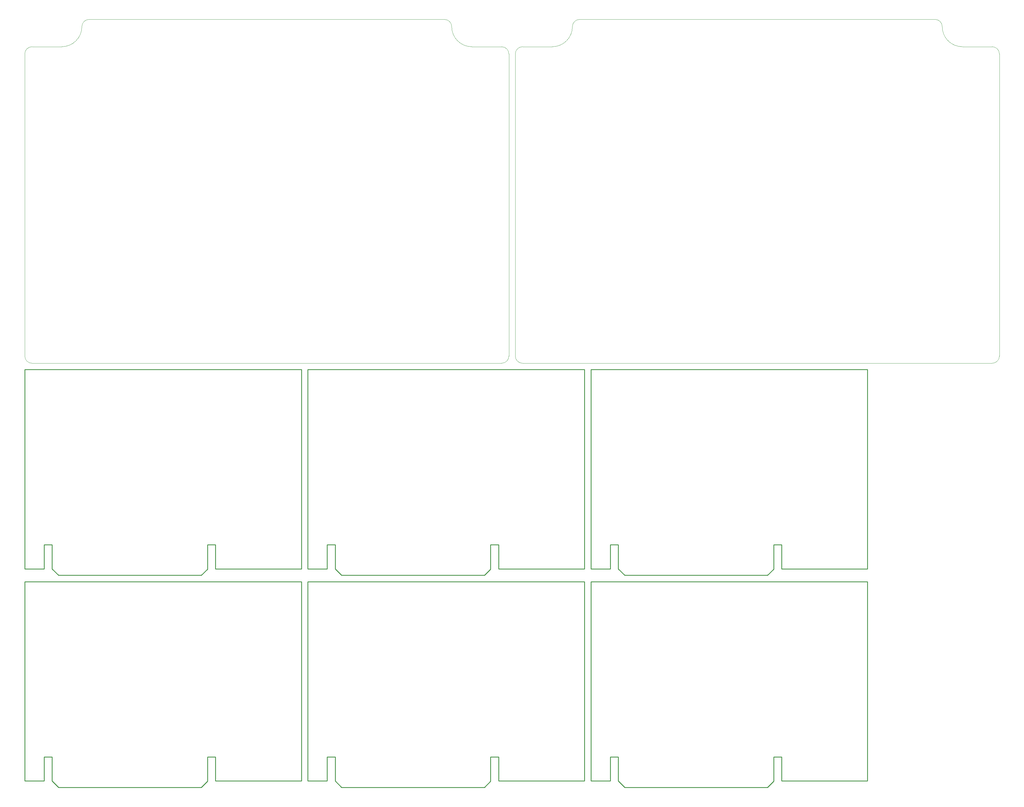
<source format=gm1>
%FSLAX42Y42*%
%MOMM*%
G71*
G01*
G75*
G04 Layer_Color=16711935*
%ADD10R,1.30X0.60*%
%ADD11R,1.40X1.50*%
%ADD12R,3.00X2.50*%
%ADD13R,3.20X1.05*%
%ADD14R,8.30X10.45*%
%ADD15R,5.40X2.90*%
%ADD16R,5.40X3.00*%
%ADD17R,2.79X3.81*%
%ADD18C,0.31*%
%ADD19C,0.35*%
%ADD20C,0.25*%
%ADD21C,2.00*%
%ADD22C,1.50*%
%ADD23C,0.50*%
%ADD24C,1.00*%
%ADD25O,0.31X2.00*%
%ADD26R,1.50X1.40*%
%ADD27R,1.10X2.60*%
%ADD28R,1.40X1.10*%
%ADD29R,2.60X1.10*%
%ADD30R,3.30X1.10*%
%ADD31R,1.50X5.00*%
%ADD32O,1.27X7.62*%
%ADD33C,2.50*%
%ADD34C,3.00*%
%ADD35C,1.50*%
%ADD36R,1.50X1.50*%
%ADD37C,7.62*%
%ADD38C,1.90*%
%ADD39R,1.90X1.90*%
%ADD40C,1.20*%
%ADD41R,7.00X3.00*%
%ADD42C,4.50*%
%ADD43C,4.70*%
%ADD44R,1.70X1.70*%
%ADD45C,1.70*%
%ADD46C,0.80*%
%ADD47R,48.26X10.16*%
%ADD48R,1.50X0.80*%
%ADD49R,1.60X1.70*%
%ADD50R,3.20X2.70*%
%ADD51R,3.40X1.25*%
%ADD52R,8.50X10.65*%
%ADD53R,5.60X3.10*%
%ADD54R,5.60X3.20*%
%ADD55R,3.00X4.01*%
%ADD56O,0.51X2.20*%
%ADD57R,1.70X1.60*%
%ADD58R,1.30X2.80*%
%ADD59R,1.60X1.30*%
%ADD60R,2.80X1.30*%
%ADD61R,3.50X1.30*%
%ADD62R,1.70X5.20*%
%ADD63O,1.47X7.82*%
%ADD64C,2.70*%
%ADD65C,3.20*%
%ADD66C,1.70*%
%ADD67R,1.70X1.70*%
%ADD68C,7.82*%
%ADD69C,2.10*%
%ADD70R,2.10X2.10*%
%ADD71C,1.40*%
%ADD72R,7.20X3.20*%
%ADD73C,4.70*%
%ADD74C,4.90*%
%ADD75R,1.90X1.90*%
%ADD76C,1.90*%
%ADD77C,1.00*%
%ADD78C,0.10*%
D20*
X18850Y21378D02*
Y15178D01*
X16180D02*
X18850D01*
X16180Y15928D02*
Y15178D01*
X15930Y15928D02*
X16180D01*
X15930D02*
Y15168D01*
X15740Y14978D01*
X11300D02*
X15740D01*
X11100Y15178D02*
X11300Y14978D01*
X11100Y15928D02*
Y15178D01*
X10850Y15928D02*
X11100D01*
X10850D02*
Y15178D01*
X10250D02*
X10850D01*
X10250Y21378D02*
Y15178D01*
Y21378D02*
X18850D01*
Y14778D02*
Y8578D01*
X16180D02*
X18850D01*
X16180Y9328D02*
Y8578D01*
X15930Y9328D02*
X16180D01*
X15930D02*
Y8568D01*
X15740Y8378D01*
X11300D02*
X15740D01*
X11100Y8578D02*
X11300Y8378D01*
X11100Y9328D02*
Y8578D01*
X10850Y9328D02*
X11100D01*
X10850D02*
Y8578D01*
X10250D02*
X10850D01*
X10250Y14778D02*
Y8578D01*
Y14778D02*
X18850D01*
X27650Y21378D02*
Y15178D01*
X24980D02*
X27650D01*
X24980Y15928D02*
Y15178D01*
X24730Y15928D02*
X24980D01*
X24730D02*
Y15168D01*
X24540Y14978D01*
X20100D02*
X24540D01*
X19900Y15178D02*
X20100Y14978D01*
X19900Y15928D02*
Y15178D01*
X19650Y15928D02*
X19900D01*
X19650D02*
Y15178D01*
X19050D02*
X19650D01*
X19050Y21378D02*
Y15178D01*
Y21378D02*
X27650D01*
Y14778D02*
Y8578D01*
X24980D02*
X27650D01*
X24980Y9328D02*
Y8578D01*
X24730Y9328D02*
X24980D01*
X24730D02*
Y8568D01*
X24540Y8378D01*
X20100D02*
X24540D01*
X19900Y8578D02*
X20100Y8378D01*
X19900Y9328D02*
Y8578D01*
X19650Y9328D02*
X19900D01*
X19650D02*
Y8578D01*
X19050D02*
X19650D01*
X19050Y14778D02*
Y8578D01*
Y14778D02*
X27650D01*
X36450Y21378D02*
Y15178D01*
X33780D02*
X36450D01*
X33780Y15928D02*
Y15178D01*
X33530Y15928D02*
X33780D01*
X33530D02*
Y15168D01*
X33340Y14978D01*
X28900D02*
X33340D01*
X28700Y15178D02*
X28900Y14978D01*
X28700Y15928D02*
Y15178D01*
X28450Y15928D02*
X28700D01*
X28450D02*
Y15178D01*
X27850D02*
X28450D01*
X27850Y21378D02*
Y15178D01*
Y21378D02*
X36450D01*
Y14778D02*
Y8578D01*
X33780D02*
X36450D01*
X33780Y9328D02*
Y8578D01*
X33530Y9328D02*
X33780D01*
X33530D02*
Y8568D01*
X33340Y8378D01*
X28900D02*
X33340D01*
X28700Y8578D02*
X28900Y8378D01*
X28700Y9328D02*
Y8578D01*
X28450Y9328D02*
X28700D01*
X28450D02*
Y8578D01*
X27850D02*
X28450D01*
X27850Y14778D02*
Y8578D01*
Y14778D02*
X36450D01*
D78*
X10250Y21801D02*
G03*
X10475Y21576I225J0D01*
G01*
X25075D02*
G03*
X25300Y21801I0J225D01*
G01*
X12250Y32276D02*
G03*
X12025Y32051I0J-225D01*
G01*
X11400Y31426D02*
G03*
X12025Y32051I0J625D01*
G01*
X10475Y31426D02*
G03*
X10250Y31201I0J-225D01*
G01*
X25300D02*
G03*
X25075Y31426I-225J0D01*
G01*
X23522Y32051D02*
G03*
X24147Y31426I625J0D01*
G01*
X23522Y32051D02*
G03*
X23297Y32276I-225J0D01*
G01*
X10475Y21576D02*
X25075D01*
X25300Y31201D02*
Y21801D01*
X12250Y32276D02*
X23297D01*
X10475Y31426D02*
X11400D01*
X10250Y31201D02*
Y21801D01*
X24147Y31426D02*
X25072D01*
X25500Y21801D02*
G03*
X25725Y21576I225J0D01*
G01*
X40325D02*
G03*
X40550Y21801I0J225D01*
G01*
X27500Y32276D02*
G03*
X27275Y32051I0J-225D01*
G01*
X26650Y31426D02*
G03*
X27275Y32051I0J625D01*
G01*
X25725Y31426D02*
G03*
X25500Y31201I0J-225D01*
G01*
X40550D02*
G03*
X40325Y31426I-225J0D01*
G01*
X38772Y32051D02*
G03*
X39397Y31426I625J0D01*
G01*
X38772Y32051D02*
G03*
X38547Y32276I-225J0D01*
G01*
X25725Y21576D02*
X40325D01*
X40550Y31201D02*
Y21801D01*
X27500Y32276D02*
X38547D01*
X25725Y31426D02*
X26650D01*
X25500Y31201D02*
Y21801D01*
X39397Y31426D02*
X40322D01*
M02*

</source>
